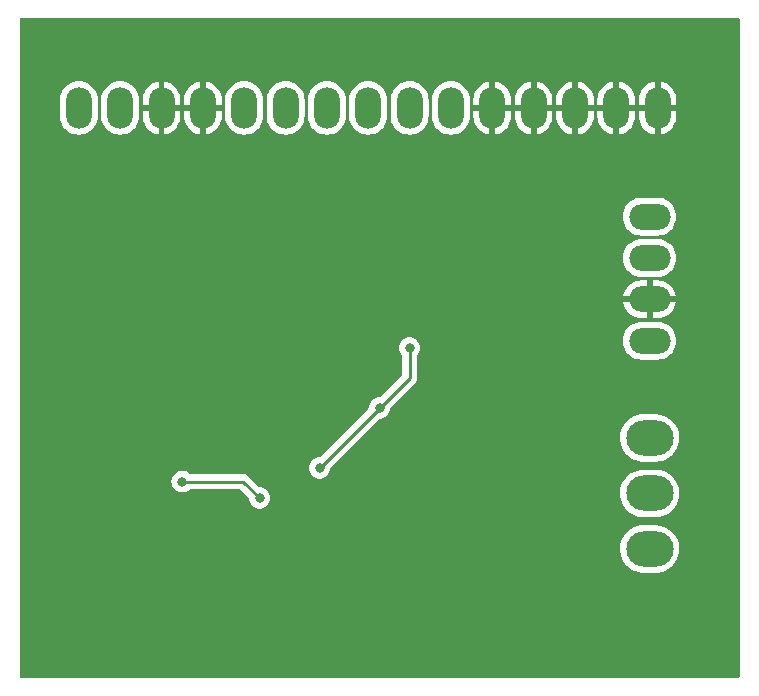
<source format=gbr>
G04 #@! TF.GenerationSoftware,KiCad,Pcbnew,7.0.7*
G04 #@! TF.CreationDate,2023-08-23T14:54:37-06:00*
G04 #@! TF.ProjectId,seedlab-power,73656564-6c61-4622-9d70-6f7765722e6b,rev?*
G04 #@! TF.SameCoordinates,Original*
G04 #@! TF.FileFunction,Copper,L2,Bot*
G04 #@! TF.FilePolarity,Positive*
%FSLAX46Y46*%
G04 Gerber Fmt 4.6, Leading zero omitted, Abs format (unit mm)*
G04 Created by KiCad (PCBNEW 7.0.7) date 2023-08-23 14:54:37*
%MOMM*%
%LPD*%
G01*
G04 APERTURE LIST*
G04 #@! TA.AperFunction,ComponentPad*
%ADD10O,3.500000X2.200000*%
G04 #@! TD*
G04 #@! TA.AperFunction,ComponentPad*
%ADD11O,2.200000X3.500000*%
G04 #@! TD*
G04 #@! TA.AperFunction,ComponentPad*
%ADD12O,4.000000X3.000000*%
G04 #@! TD*
G04 #@! TA.AperFunction,ViaPad*
%ADD13C,0.800000*%
G04 #@! TD*
G04 #@! TA.AperFunction,ViaPad*
%ADD14C,1.000000*%
G04 #@! TD*
G04 #@! TA.AperFunction,Conductor*
%ADD15C,0.250000*%
G04 #@! TD*
G04 APERTURE END LIST*
D10*
X76200000Y-60340000D03*
X76200000Y-56840000D03*
X76200000Y-53340000D03*
X76200000Y-49840000D03*
D11*
X27880000Y-40640000D03*
X31380000Y-40640000D03*
X34880000Y-40640000D03*
X38380000Y-40640000D03*
X41880000Y-40640000D03*
X45380000Y-40640000D03*
X48880000Y-40640000D03*
X52380000Y-40640000D03*
X55880000Y-40640000D03*
X59380000Y-40640000D03*
X62880000Y-40640000D03*
X66380000Y-40640000D03*
X69880000Y-40640000D03*
X73380000Y-40640000D03*
X76880000Y-40640000D03*
D12*
X76200000Y-68580000D03*
X76200000Y-73280000D03*
X76200000Y-77980000D03*
D13*
X50800000Y-66040000D03*
D14*
X45720000Y-60960000D03*
D13*
X66040000Y-68580000D03*
X40640000Y-81280000D03*
X48260000Y-71120000D03*
X55880000Y-60960000D03*
X36634615Y-72278351D03*
X53340000Y-66040000D03*
X55880000Y-60960000D03*
X43180000Y-73660000D03*
D15*
X53340000Y-66040000D02*
X48260000Y-71120000D01*
X55880000Y-63500000D02*
X53340000Y-66040000D01*
X36634615Y-72278351D02*
X41798351Y-72278351D01*
X41798351Y-72278351D02*
X43180000Y-73660000D01*
X55880000Y-60960000D02*
X55880000Y-63500000D01*
G04 #@! TA.AperFunction,Conductor*
G36*
X83762539Y-33040185D02*
G01*
X83808294Y-33092989D01*
X83819500Y-33144500D01*
X83819500Y-88775500D01*
X83799815Y-88842539D01*
X83747011Y-88888294D01*
X83695500Y-88899500D01*
X22984500Y-88899500D01*
X22917461Y-88879815D01*
X22871706Y-88827011D01*
X22860500Y-88775500D01*
X22860500Y-77909743D01*
X73687821Y-77909743D01*
X73697624Y-78190454D01*
X73697625Y-78190461D01*
X73746401Y-78467084D01*
X73746402Y-78467088D01*
X73833204Y-78734239D01*
X73956335Y-78986694D01*
X73956338Y-78986698D01*
X73956340Y-78986702D01*
X74113415Y-79219576D01*
X74113418Y-79219579D01*
X74301372Y-79428323D01*
X74301375Y-79428326D01*
X74516544Y-79608875D01*
X74516548Y-79608878D01*
X74516550Y-79608879D01*
X74754764Y-79757731D01*
X74872134Y-79809988D01*
X75011362Y-79871977D01*
X75011367Y-79871978D01*
X75011375Y-79871982D01*
X75281390Y-79949407D01*
X75559549Y-79988499D01*
X75559550Y-79988500D01*
X75559552Y-79988500D01*
X76770148Y-79988500D01*
X76801734Y-79986291D01*
X76980212Y-79973811D01*
X76980217Y-79973810D01*
X76980219Y-79973810D01*
X77117590Y-79944609D01*
X77254970Y-79915409D01*
X77518926Y-79819337D01*
X77766942Y-79687464D01*
X77994192Y-79522358D01*
X78196252Y-79327231D01*
X78369188Y-79105882D01*
X78509636Y-78862619D01*
X78614862Y-78602176D01*
X78682817Y-78329624D01*
X78712178Y-78050267D01*
X78702375Y-77769542D01*
X78653598Y-77492913D01*
X78566797Y-77225765D01*
X78566795Y-77225760D01*
X78443664Y-76973305D01*
X78443662Y-76973302D01*
X78443660Y-76973298D01*
X78286585Y-76740424D01*
X78098629Y-76531678D01*
X78098627Y-76531676D01*
X78098624Y-76531673D01*
X77883455Y-76351124D01*
X77645240Y-76202271D01*
X77645238Y-76202270D01*
X77388637Y-76088022D01*
X77388627Y-76088019D01*
X77388625Y-76088018D01*
X77118610Y-76010593D01*
X77118604Y-76010592D01*
X77118600Y-76010591D01*
X76840451Y-75971500D01*
X76840448Y-75971500D01*
X75629854Y-75971500D01*
X75629852Y-75971500D01*
X75419784Y-75986189D01*
X75419780Y-75986189D01*
X75145036Y-76044589D01*
X75145028Y-76044591D01*
X74881080Y-76140660D01*
X74633063Y-76272532D01*
X74633056Y-76272537D01*
X74405813Y-76437637D01*
X74405804Y-76437645D01*
X74203749Y-76632767D01*
X74030809Y-76854121D01*
X73890366Y-77097376D01*
X73890360Y-77097388D01*
X73785138Y-77357822D01*
X73717183Y-77630376D01*
X73687821Y-77909742D01*
X73687821Y-77909743D01*
X22860500Y-77909743D01*
X22860500Y-72278351D01*
X35721111Y-72278351D01*
X35741073Y-72468279D01*
X35741074Y-72468282D01*
X35800085Y-72649900D01*
X35800088Y-72649907D01*
X35895575Y-72815295D01*
X36023362Y-72957217D01*
X36177863Y-73069469D01*
X36352327Y-73147145D01*
X36539128Y-73186851D01*
X36730102Y-73186851D01*
X36916903Y-73147145D01*
X37091367Y-73069469D01*
X37245868Y-72957217D01*
X37249774Y-72952878D01*
X37309261Y-72916230D01*
X37341924Y-72911851D01*
X41484585Y-72911851D01*
X41551624Y-72931536D01*
X41572266Y-72948170D01*
X42233379Y-73609284D01*
X42266864Y-73670607D01*
X42269018Y-73683999D01*
X42286458Y-73849928D01*
X42286459Y-73849931D01*
X42345470Y-74031549D01*
X42345473Y-74031556D01*
X42440960Y-74196944D01*
X42568747Y-74338866D01*
X42723248Y-74451118D01*
X42897712Y-74528794D01*
X43084513Y-74568500D01*
X43275487Y-74568500D01*
X43462288Y-74528794D01*
X43636752Y-74451118D01*
X43791253Y-74338866D01*
X43919040Y-74196944D01*
X44014527Y-74031556D01*
X44073542Y-73849928D01*
X44093504Y-73660000D01*
X44073542Y-73470072D01*
X44014527Y-73288444D01*
X43969089Y-73209743D01*
X73687821Y-73209743D01*
X73697624Y-73490454D01*
X73697625Y-73490461D01*
X73746401Y-73767084D01*
X73746402Y-73767088D01*
X73833204Y-74034239D01*
X73956335Y-74286694D01*
X73956338Y-74286698D01*
X73956340Y-74286702D01*
X74113415Y-74519576D01*
X74210348Y-74627231D01*
X74301372Y-74728323D01*
X74301375Y-74728326D01*
X74516544Y-74908875D01*
X74516548Y-74908878D01*
X74516550Y-74908879D01*
X74754764Y-75057731D01*
X74872134Y-75109988D01*
X75011362Y-75171977D01*
X75011367Y-75171978D01*
X75011375Y-75171982D01*
X75281390Y-75249407D01*
X75559549Y-75288499D01*
X75559550Y-75288500D01*
X75559552Y-75288500D01*
X76770148Y-75288500D01*
X76801734Y-75286291D01*
X76980212Y-75273811D01*
X76980217Y-75273810D01*
X76980219Y-75273810D01*
X77117590Y-75244609D01*
X77254970Y-75215409D01*
X77518926Y-75119337D01*
X77766942Y-74987464D01*
X77994192Y-74822358D01*
X78196252Y-74627231D01*
X78369188Y-74405882D01*
X78509636Y-74162619D01*
X78614862Y-73902176D01*
X78682817Y-73629624D01*
X78712178Y-73350267D01*
X78710019Y-73288450D01*
X78702375Y-73069545D01*
X78702374Y-73069538D01*
X78702362Y-73069469D01*
X78653598Y-72792913D01*
X78566797Y-72525765D01*
X78538761Y-72468282D01*
X78443664Y-72273305D01*
X78443662Y-72273302D01*
X78443660Y-72273298D01*
X78286585Y-72040424D01*
X78098629Y-71831678D01*
X78098627Y-71831676D01*
X78098624Y-71831673D01*
X77883455Y-71651124D01*
X77645240Y-71502271D01*
X77645238Y-71502270D01*
X77388637Y-71388022D01*
X77388627Y-71388019D01*
X77388625Y-71388018D01*
X77118610Y-71310593D01*
X77118604Y-71310592D01*
X77118600Y-71310591D01*
X76840451Y-71271500D01*
X76840448Y-71271500D01*
X75629854Y-71271500D01*
X75629852Y-71271500D01*
X75419784Y-71286189D01*
X75419780Y-71286189D01*
X75145036Y-71344589D01*
X75145028Y-71344591D01*
X74881080Y-71440660D01*
X74633063Y-71572532D01*
X74633056Y-71572537D01*
X74405813Y-71737637D01*
X74405804Y-71737645D01*
X74203749Y-71932767D01*
X74030809Y-72154121D01*
X73890366Y-72397376D01*
X73890360Y-72397388D01*
X73785138Y-72657822D01*
X73717183Y-72930376D01*
X73687821Y-73209742D01*
X73687821Y-73209743D01*
X43969089Y-73209743D01*
X43919040Y-73123056D01*
X43791253Y-72981134D01*
X43636752Y-72868882D01*
X43462288Y-72791206D01*
X43462286Y-72791205D01*
X43275487Y-72751500D01*
X43218766Y-72751500D01*
X43151727Y-72731815D01*
X43131085Y-72715181D01*
X42305439Y-71889534D01*
X42295538Y-71877174D01*
X42295328Y-71877349D01*
X42290353Y-71871337D01*
X42290351Y-71871333D01*
X42264008Y-71846596D01*
X42239272Y-71823366D01*
X42218119Y-71802214D01*
X42216143Y-71800682D01*
X42212534Y-71797882D01*
X42208101Y-71794095D01*
X42173672Y-71761765D01*
X42173670Y-71761763D01*
X42155782Y-71751929D01*
X42139521Y-71741248D01*
X42123390Y-71728735D01*
X42080044Y-71709978D01*
X42074796Y-71707407D01*
X42047602Y-71692457D01*
X42033411Y-71684656D01*
X42030011Y-71683783D01*
X42013638Y-71679579D01*
X41995232Y-71673277D01*
X41976495Y-71665169D01*
X41976497Y-71665169D01*
X41929847Y-71657781D01*
X41924132Y-71656597D01*
X41902813Y-71651124D01*
X41878383Y-71644851D01*
X41878381Y-71644851D01*
X41857967Y-71644851D01*
X41838568Y-71643324D01*
X41818409Y-71640131D01*
X41818408Y-71640131D01*
X41771385Y-71644576D01*
X41765547Y-71644851D01*
X37341924Y-71644851D01*
X37274885Y-71625166D01*
X37249775Y-71603824D01*
X37245869Y-71599486D01*
X37208771Y-71572532D01*
X37091367Y-71487233D01*
X36916903Y-71409557D01*
X36916901Y-71409556D01*
X36730102Y-71369851D01*
X36539128Y-71369851D01*
X36352329Y-71409556D01*
X36177861Y-71487234D01*
X36023360Y-71599486D01*
X35895574Y-71741408D01*
X35800088Y-71906794D01*
X35800085Y-71906801D01*
X35741074Y-72088419D01*
X35741073Y-72088423D01*
X35721111Y-72278351D01*
X22860500Y-72278351D01*
X22860500Y-71120000D01*
X47346496Y-71120000D01*
X47366458Y-71309928D01*
X47366459Y-71309931D01*
X47425470Y-71491549D01*
X47425473Y-71491556D01*
X47520960Y-71656944D01*
X47648747Y-71798866D01*
X47803248Y-71911118D01*
X47977712Y-71988794D01*
X48164513Y-72028500D01*
X48355487Y-72028500D01*
X48542288Y-71988794D01*
X48716752Y-71911118D01*
X48871253Y-71798866D01*
X48999040Y-71656944D01*
X49094527Y-71491556D01*
X49153542Y-71309928D01*
X49170981Y-71143997D01*
X49197564Y-71079387D01*
X49206611Y-71069291D01*
X51766160Y-68509743D01*
X73687821Y-68509743D01*
X73697624Y-68790454D01*
X73697625Y-68790461D01*
X73746401Y-69067084D01*
X73746402Y-69067088D01*
X73833204Y-69334239D01*
X73956335Y-69586694D01*
X73956338Y-69586698D01*
X73956340Y-69586702D01*
X74113415Y-69819576D01*
X74113418Y-69819579D01*
X74301372Y-70028323D01*
X74301375Y-70028326D01*
X74516544Y-70208875D01*
X74516548Y-70208878D01*
X74516550Y-70208879D01*
X74754764Y-70357731D01*
X74872134Y-70409988D01*
X75011362Y-70471977D01*
X75011367Y-70471978D01*
X75011375Y-70471982D01*
X75281390Y-70549407D01*
X75559549Y-70588499D01*
X75559550Y-70588500D01*
X75559552Y-70588500D01*
X76770148Y-70588500D01*
X76801734Y-70586291D01*
X76980212Y-70573811D01*
X76980217Y-70573810D01*
X76980219Y-70573810D01*
X77117590Y-70544609D01*
X77254970Y-70515409D01*
X77518926Y-70419337D01*
X77766942Y-70287464D01*
X77994192Y-70122358D01*
X78196252Y-69927231D01*
X78369188Y-69705882D01*
X78509636Y-69462619D01*
X78614862Y-69202176D01*
X78682817Y-68929624D01*
X78712178Y-68650267D01*
X78702375Y-68369542D01*
X78653598Y-68092913D01*
X78566797Y-67825765D01*
X78566795Y-67825760D01*
X78443664Y-67573305D01*
X78443662Y-67573302D01*
X78443660Y-67573298D01*
X78286585Y-67340424D01*
X78098629Y-67131678D01*
X78098627Y-67131676D01*
X78098624Y-67131673D01*
X77883455Y-66951124D01*
X77645240Y-66802271D01*
X77645238Y-66802270D01*
X77388637Y-66688022D01*
X77388627Y-66688019D01*
X77388625Y-66688018D01*
X77118610Y-66610593D01*
X77118604Y-66610592D01*
X77118600Y-66610591D01*
X76840451Y-66571500D01*
X76840448Y-66571500D01*
X75629854Y-66571500D01*
X75629852Y-66571500D01*
X75419784Y-66586189D01*
X75419780Y-66586189D01*
X75145036Y-66644589D01*
X75145028Y-66644591D01*
X74881080Y-66740660D01*
X74633063Y-66872532D01*
X74633056Y-66872537D01*
X74405813Y-67037637D01*
X74405804Y-67037645D01*
X74203749Y-67232767D01*
X74030809Y-67454121D01*
X73890366Y-67697376D01*
X73890360Y-67697388D01*
X73785138Y-67957822D01*
X73717183Y-68230376D01*
X73687821Y-68509742D01*
X73687821Y-68509743D01*
X51766160Y-68509743D01*
X53291085Y-66984819D01*
X53352409Y-66951334D01*
X53378767Y-66948500D01*
X53435487Y-66948500D01*
X53622288Y-66908794D01*
X53796752Y-66831118D01*
X53951253Y-66718866D01*
X54079040Y-66576944D01*
X54174527Y-66411556D01*
X54233542Y-66229928D01*
X54250981Y-66063997D01*
X54277564Y-65999387D01*
X54286611Y-65989291D01*
X56268815Y-64007087D01*
X56281180Y-63997183D01*
X56281006Y-63996973D01*
X56287012Y-63992003D01*
X56287018Y-63992000D01*
X56334999Y-63940904D01*
X56356134Y-63919770D01*
X56360463Y-63914187D01*
X56364242Y-63909763D01*
X56396586Y-63875321D01*
X56406423Y-63857424D01*
X56417097Y-63841174D01*
X56429613Y-63825041D01*
X56448372Y-63781689D01*
X56450933Y-63776462D01*
X56473695Y-63735060D01*
X56478774Y-63715274D01*
X56485072Y-63696882D01*
X56493181Y-63678145D01*
X56500568Y-63631501D01*
X56501748Y-63625794D01*
X56513500Y-63580030D01*
X56513500Y-63559609D01*
X56515027Y-63540209D01*
X56518219Y-63520057D01*
X56513775Y-63473040D01*
X56513500Y-63467203D01*
X56513500Y-61661756D01*
X56533185Y-61594717D01*
X56545346Y-61578788D01*
X56619040Y-61496944D01*
X56714527Y-61331556D01*
X56773542Y-61149928D01*
X56793504Y-60960000D01*
X56773542Y-60770072D01*
X56714527Y-60588444D01*
X56619040Y-60423056D01*
X56544256Y-60340000D01*
X73936526Y-60340000D01*
X73956391Y-60592406D01*
X74015495Y-60838593D01*
X74112383Y-61072502D01*
X74244668Y-61288370D01*
X74244669Y-61288372D01*
X74244670Y-61288374D01*
X74244672Y-61288376D01*
X74409102Y-61480898D01*
X74601624Y-61645328D01*
X74601626Y-61645329D01*
X74601627Y-61645330D01*
X74601629Y-61645331D01*
X74817497Y-61777616D01*
X75051406Y-61874504D01*
X75051407Y-61874504D01*
X75051409Y-61874505D01*
X75297597Y-61933609D01*
X75463546Y-61946669D01*
X75486798Y-61948500D01*
X75486801Y-61948500D01*
X76913202Y-61948500D01*
X76935538Y-61946741D01*
X77102403Y-61933609D01*
X77348591Y-61874505D01*
X77582502Y-61777616D01*
X77798376Y-61645328D01*
X77990898Y-61480898D01*
X78155328Y-61288376D01*
X78287616Y-61072502D01*
X78384505Y-60838591D01*
X78443609Y-60592403D01*
X78463474Y-60340000D01*
X78443609Y-60087597D01*
X78384505Y-59841409D01*
X78287616Y-59607498D01*
X78287616Y-59607497D01*
X78155331Y-59391629D01*
X78155330Y-59391627D01*
X78155329Y-59391626D01*
X78155328Y-59391624D01*
X77990898Y-59199102D01*
X77798376Y-59034672D01*
X77798374Y-59034670D01*
X77798372Y-59034669D01*
X77798370Y-59034668D01*
X77582502Y-58902383D01*
X77348593Y-58805495D01*
X77193041Y-58768151D01*
X77102403Y-58746391D01*
X76957875Y-58735016D01*
X76913202Y-58731500D01*
X76913199Y-58731500D01*
X75486801Y-58731500D01*
X75486798Y-58731500D01*
X75438308Y-58735316D01*
X75297597Y-58746391D01*
X75297592Y-58746392D01*
X75297593Y-58746392D01*
X75051406Y-58805495D01*
X74817497Y-58902383D01*
X74601629Y-59034668D01*
X74601627Y-59034669D01*
X74409102Y-59199102D01*
X74244669Y-59391627D01*
X74244668Y-59391629D01*
X74112383Y-59607497D01*
X74015495Y-59841406D01*
X73956391Y-60087593D01*
X73936526Y-60340000D01*
X56544256Y-60340000D01*
X56491253Y-60281134D01*
X56336752Y-60168882D01*
X56162288Y-60091206D01*
X56162286Y-60091205D01*
X55975487Y-60051500D01*
X55784513Y-60051500D01*
X55597714Y-60091205D01*
X55423246Y-60168883D01*
X55268745Y-60281135D01*
X55140959Y-60423057D01*
X55045473Y-60588443D01*
X55045470Y-60588450D01*
X54986459Y-60770068D01*
X54986458Y-60770072D01*
X54966496Y-60960000D01*
X54986458Y-61149928D01*
X54986459Y-61149931D01*
X55045470Y-61331549D01*
X55045473Y-61331556D01*
X55140960Y-61496944D01*
X55206822Y-61570091D01*
X55214649Y-61578784D01*
X55244879Y-61641775D01*
X55246499Y-61661756D01*
X55246499Y-63186232D01*
X55226814Y-63253271D01*
X55210180Y-63273913D01*
X53388914Y-65095181D01*
X53327591Y-65128666D01*
X53301233Y-65131500D01*
X53244513Y-65131500D01*
X53057714Y-65171205D01*
X52883246Y-65248883D01*
X52728745Y-65361135D01*
X52600959Y-65503057D01*
X52505473Y-65668443D01*
X52505470Y-65668450D01*
X52446459Y-65850068D01*
X52446458Y-65850072D01*
X52431827Y-65989282D01*
X52429019Y-66015996D01*
X52402434Y-66080610D01*
X52393379Y-66090715D01*
X48308914Y-70175181D01*
X48247591Y-70208666D01*
X48221233Y-70211500D01*
X48164513Y-70211500D01*
X47977714Y-70251205D01*
X47803246Y-70328883D01*
X47648745Y-70441135D01*
X47520959Y-70583057D01*
X47425473Y-70748443D01*
X47425470Y-70748450D01*
X47366459Y-70930068D01*
X47366458Y-70930072D01*
X47346496Y-71120000D01*
X22860500Y-71120000D01*
X22860500Y-57090000D01*
X73964728Y-57090000D01*
X73964811Y-57091067D01*
X74023603Y-57335956D01*
X74119980Y-57568631D01*
X74251568Y-57783362D01*
X74251571Y-57783367D01*
X74415130Y-57974869D01*
X74606632Y-58138428D01*
X74606637Y-58138431D01*
X74821368Y-58270019D01*
X75054043Y-58366396D01*
X75298927Y-58425186D01*
X75487128Y-58440000D01*
X75950000Y-58440000D01*
X75950000Y-57654752D01*
X75969685Y-57587713D01*
X76022489Y-57541958D01*
X76088944Y-57531656D01*
X76149435Y-57539001D01*
X76157659Y-57540000D01*
X76157660Y-57540000D01*
X76242341Y-57540000D01*
X76250564Y-57539001D01*
X76311055Y-57531656D01*
X76379975Y-57543116D01*
X76431762Y-57590019D01*
X76450000Y-57654752D01*
X76450000Y-58440000D01*
X76912872Y-58440000D01*
X77101072Y-58425186D01*
X77345956Y-58366396D01*
X77578631Y-58270019D01*
X77793362Y-58138431D01*
X77793367Y-58138428D01*
X77984869Y-57974869D01*
X78148428Y-57783367D01*
X78148431Y-57783362D01*
X78280019Y-57568631D01*
X78376396Y-57335956D01*
X78435188Y-57091067D01*
X78435272Y-57090000D01*
X77017604Y-57090000D01*
X76950565Y-57070315D01*
X76904810Y-57017511D01*
X76894866Y-56948353D01*
X76897208Y-56936321D01*
X76900000Y-56924994D01*
X76900000Y-56755005D01*
X76897208Y-56743679D01*
X76900275Y-56673876D01*
X76940593Y-56616813D01*
X77005362Y-56590606D01*
X77017604Y-56590000D01*
X78435271Y-56590000D01*
X78435271Y-56589999D01*
X78435188Y-56588932D01*
X78376396Y-56344043D01*
X78280019Y-56111368D01*
X78148431Y-55896637D01*
X78148428Y-55896632D01*
X77984869Y-55705130D01*
X77793367Y-55541571D01*
X77793362Y-55541568D01*
X77578631Y-55409980D01*
X77345956Y-55313603D01*
X77101072Y-55254813D01*
X76912872Y-55240000D01*
X76450000Y-55240000D01*
X76450000Y-56025247D01*
X76430315Y-56092286D01*
X76377511Y-56138041D01*
X76311053Y-56148343D01*
X76242343Y-56140000D01*
X76242340Y-56140000D01*
X76157660Y-56140000D01*
X76157657Y-56140000D01*
X76088947Y-56148343D01*
X76020023Y-56136883D01*
X75968237Y-56089979D01*
X75950000Y-56025247D01*
X75950000Y-55240000D01*
X75487128Y-55240000D01*
X75298927Y-55254813D01*
X75054043Y-55313603D01*
X74821368Y-55409980D01*
X74606637Y-55541568D01*
X74606632Y-55541571D01*
X74415130Y-55705130D01*
X74251571Y-55896632D01*
X74251568Y-55896637D01*
X74119980Y-56111368D01*
X74023603Y-56344043D01*
X73964811Y-56588932D01*
X73964728Y-56589999D01*
X73964729Y-56590000D01*
X75382396Y-56590000D01*
X75449435Y-56609685D01*
X75495190Y-56662489D01*
X75505134Y-56731647D01*
X75502792Y-56743679D01*
X75500000Y-56755005D01*
X75500000Y-56924994D01*
X75502792Y-56936321D01*
X75499725Y-57006124D01*
X75459407Y-57063187D01*
X75394638Y-57089394D01*
X75382396Y-57090000D01*
X73964728Y-57090000D01*
X22860500Y-57090000D01*
X22860500Y-53340000D01*
X73936526Y-53340000D01*
X73956391Y-53592406D01*
X74015495Y-53838593D01*
X74112383Y-54072502D01*
X74244668Y-54288370D01*
X74244669Y-54288372D01*
X74244670Y-54288374D01*
X74244672Y-54288376D01*
X74409102Y-54480898D01*
X74601624Y-54645328D01*
X74601626Y-54645329D01*
X74601627Y-54645330D01*
X74601629Y-54645331D01*
X74817497Y-54777616D01*
X75051406Y-54874504D01*
X75051407Y-54874504D01*
X75051409Y-54874505D01*
X75297597Y-54933609D01*
X75463546Y-54946669D01*
X75486798Y-54948500D01*
X75486801Y-54948500D01*
X76913202Y-54948500D01*
X76935538Y-54946741D01*
X77102403Y-54933609D01*
X77348591Y-54874505D01*
X77582502Y-54777616D01*
X77798376Y-54645328D01*
X77990898Y-54480898D01*
X78155328Y-54288376D01*
X78287616Y-54072502D01*
X78384505Y-53838591D01*
X78443609Y-53592403D01*
X78463474Y-53340000D01*
X78443609Y-53087597D01*
X78384505Y-52841409D01*
X78287616Y-52607498D01*
X78287616Y-52607497D01*
X78155331Y-52391629D01*
X78155330Y-52391627D01*
X78155329Y-52391626D01*
X78155328Y-52391624D01*
X77990898Y-52199102D01*
X77798376Y-52034672D01*
X77798374Y-52034670D01*
X77798372Y-52034669D01*
X77798370Y-52034668D01*
X77582502Y-51902383D01*
X77348593Y-51805495D01*
X77193041Y-51768151D01*
X77102403Y-51746391D01*
X76957875Y-51735016D01*
X76913202Y-51731500D01*
X76913199Y-51731500D01*
X75486801Y-51731500D01*
X75486798Y-51731500D01*
X75438308Y-51735316D01*
X75297597Y-51746391D01*
X75297592Y-51746392D01*
X75297593Y-51746392D01*
X75051406Y-51805495D01*
X74817497Y-51902383D01*
X74601629Y-52034668D01*
X74601627Y-52034669D01*
X74409102Y-52199102D01*
X74244669Y-52391627D01*
X74244668Y-52391629D01*
X74112383Y-52607497D01*
X74015495Y-52841406D01*
X73956391Y-53087593D01*
X73936526Y-53340000D01*
X22860500Y-53340000D01*
X22860500Y-49839999D01*
X73936526Y-49839999D01*
X73956391Y-50092406D01*
X74015495Y-50338593D01*
X74112383Y-50572502D01*
X74244668Y-50788370D01*
X74244669Y-50788372D01*
X74244670Y-50788374D01*
X74244672Y-50788376D01*
X74409102Y-50980898D01*
X74601624Y-51145328D01*
X74601626Y-51145329D01*
X74601627Y-51145330D01*
X74601629Y-51145331D01*
X74817497Y-51277616D01*
X75051406Y-51374504D01*
X75051407Y-51374504D01*
X75051409Y-51374505D01*
X75297597Y-51433609D01*
X75463546Y-51446669D01*
X75486798Y-51448500D01*
X75486801Y-51448500D01*
X76913202Y-51448500D01*
X76935538Y-51446741D01*
X77102403Y-51433609D01*
X77348591Y-51374505D01*
X77582502Y-51277616D01*
X77798376Y-51145328D01*
X77990898Y-50980898D01*
X78155328Y-50788376D01*
X78287616Y-50572502D01*
X78384505Y-50338591D01*
X78443609Y-50092403D01*
X78463474Y-49840000D01*
X78443609Y-49587597D01*
X78384505Y-49341409D01*
X78287616Y-49107498D01*
X78287616Y-49107497D01*
X78155331Y-48891629D01*
X78155330Y-48891627D01*
X78155329Y-48891626D01*
X78155328Y-48891624D01*
X77990898Y-48699102D01*
X77798376Y-48534672D01*
X77798374Y-48534670D01*
X77798372Y-48534669D01*
X77798370Y-48534668D01*
X77582502Y-48402383D01*
X77348593Y-48305495D01*
X77193041Y-48268151D01*
X77102403Y-48246391D01*
X76957875Y-48235016D01*
X76913202Y-48231500D01*
X76913199Y-48231500D01*
X75486801Y-48231500D01*
X75486798Y-48231500D01*
X75438308Y-48235316D01*
X75297597Y-48246391D01*
X75297592Y-48246392D01*
X75297593Y-48246392D01*
X75051406Y-48305495D01*
X74817497Y-48402383D01*
X74601629Y-48534668D01*
X74601627Y-48534669D01*
X74409102Y-48699102D01*
X74244669Y-48891627D01*
X74244668Y-48891629D01*
X74112383Y-49107497D01*
X74015495Y-49341406D01*
X73956391Y-49587593D01*
X73936526Y-49839999D01*
X22860500Y-49839999D01*
X22860500Y-41353199D01*
X26271500Y-41353199D01*
X26286391Y-41542403D01*
X26286392Y-41542406D01*
X26345495Y-41788593D01*
X26442383Y-42022502D01*
X26574668Y-42238370D01*
X26574669Y-42238372D01*
X26574670Y-42238374D01*
X26574672Y-42238376D01*
X26739102Y-42430898D01*
X26931624Y-42595328D01*
X26931626Y-42595329D01*
X26931627Y-42595330D01*
X26931629Y-42595331D01*
X27147497Y-42727616D01*
X27381406Y-42824504D01*
X27381407Y-42824504D01*
X27381409Y-42824505D01*
X27627597Y-42883609D01*
X27880000Y-42903474D01*
X28132403Y-42883609D01*
X28378591Y-42824505D01*
X28612502Y-42727616D01*
X28828376Y-42595328D01*
X29020898Y-42430898D01*
X29185328Y-42238376D01*
X29317616Y-42022502D01*
X29414505Y-41788591D01*
X29473609Y-41542403D01*
X29488500Y-41353199D01*
X29771500Y-41353199D01*
X29786391Y-41542403D01*
X29786392Y-41542406D01*
X29845495Y-41788593D01*
X29942383Y-42022502D01*
X30074668Y-42238370D01*
X30074669Y-42238372D01*
X30074670Y-42238374D01*
X30074672Y-42238376D01*
X30239102Y-42430898D01*
X30431624Y-42595328D01*
X30431626Y-42595329D01*
X30431627Y-42595330D01*
X30431629Y-42595331D01*
X30647497Y-42727616D01*
X30881406Y-42824504D01*
X30881407Y-42824504D01*
X30881409Y-42824505D01*
X31127597Y-42883609D01*
X31380000Y-42903474D01*
X31632403Y-42883609D01*
X31878591Y-42824505D01*
X32112502Y-42727616D01*
X32328376Y-42595328D01*
X32520898Y-42430898D01*
X32685328Y-42238376D01*
X32817616Y-42022502D01*
X32914505Y-41788591D01*
X32973609Y-41542403D01*
X32988500Y-41353199D01*
X32988500Y-41352872D01*
X33280000Y-41352872D01*
X33294813Y-41541072D01*
X33353603Y-41785956D01*
X33449980Y-42018631D01*
X33581568Y-42233362D01*
X33581571Y-42233367D01*
X33745130Y-42424869D01*
X33936632Y-42588428D01*
X33936637Y-42588431D01*
X34151368Y-42720019D01*
X34384043Y-42816396D01*
X34628932Y-42875188D01*
X34630000Y-42875271D01*
X34630000Y-41454752D01*
X34649685Y-41387713D01*
X34702489Y-41341958D01*
X34768944Y-41331656D01*
X34829435Y-41339001D01*
X34837659Y-41340000D01*
X34837660Y-41340000D01*
X34922341Y-41340000D01*
X34930564Y-41339001D01*
X34991055Y-41331656D01*
X35059975Y-41343116D01*
X35111762Y-41390019D01*
X35130000Y-41454752D01*
X35130000Y-42875271D01*
X35131067Y-42875188D01*
X35375956Y-42816396D01*
X35608631Y-42720019D01*
X35823362Y-42588431D01*
X35823367Y-42588428D01*
X36014869Y-42424869D01*
X36178428Y-42233367D01*
X36178431Y-42233362D01*
X36310019Y-42018631D01*
X36406396Y-41785956D01*
X36465186Y-41541072D01*
X36480000Y-41352872D01*
X36780000Y-41352872D01*
X36794813Y-41541072D01*
X36853603Y-41785956D01*
X36949980Y-42018631D01*
X37081568Y-42233362D01*
X37081571Y-42233367D01*
X37245130Y-42424869D01*
X37436632Y-42588428D01*
X37436637Y-42588431D01*
X37651368Y-42720019D01*
X37884043Y-42816396D01*
X38128932Y-42875188D01*
X38129999Y-42875271D01*
X38130000Y-42875271D01*
X38130000Y-41454752D01*
X38149685Y-41387713D01*
X38202489Y-41341958D01*
X38268944Y-41331656D01*
X38329435Y-41339001D01*
X38337659Y-41340000D01*
X38337660Y-41340000D01*
X38422341Y-41340000D01*
X38430564Y-41339001D01*
X38491055Y-41331656D01*
X38559975Y-41343116D01*
X38611762Y-41390019D01*
X38630000Y-41454752D01*
X38630000Y-42875271D01*
X38631067Y-42875188D01*
X38875956Y-42816396D01*
X39108631Y-42720019D01*
X39323362Y-42588431D01*
X39323367Y-42588428D01*
X39514869Y-42424869D01*
X39678428Y-42233367D01*
X39678431Y-42233362D01*
X39810019Y-42018631D01*
X39906396Y-41785956D01*
X39965186Y-41541072D01*
X39979974Y-41353199D01*
X40271500Y-41353199D01*
X40286391Y-41542403D01*
X40286392Y-41542406D01*
X40345495Y-41788593D01*
X40442383Y-42022502D01*
X40574668Y-42238370D01*
X40574669Y-42238372D01*
X40574670Y-42238374D01*
X40574672Y-42238376D01*
X40739102Y-42430898D01*
X40931624Y-42595328D01*
X40931626Y-42595329D01*
X40931627Y-42595330D01*
X40931629Y-42595331D01*
X41147497Y-42727616D01*
X41381406Y-42824504D01*
X41381407Y-42824504D01*
X41381409Y-42824505D01*
X41627597Y-42883609D01*
X41880000Y-42903474D01*
X42132403Y-42883609D01*
X42378591Y-42824505D01*
X42612502Y-42727616D01*
X42828376Y-42595328D01*
X43020898Y-42430898D01*
X43185328Y-42238376D01*
X43317616Y-42022502D01*
X43414505Y-41788591D01*
X43473609Y-41542403D01*
X43488500Y-41353199D01*
X43771500Y-41353199D01*
X43786391Y-41542403D01*
X43786392Y-41542406D01*
X43845495Y-41788593D01*
X43942383Y-42022502D01*
X44074668Y-42238370D01*
X44074669Y-42238372D01*
X44074670Y-42238374D01*
X44074672Y-42238376D01*
X44239102Y-42430898D01*
X44431624Y-42595328D01*
X44431626Y-42595329D01*
X44431627Y-42595330D01*
X44431629Y-42595331D01*
X44647497Y-42727616D01*
X44881406Y-42824504D01*
X44881407Y-42824504D01*
X44881409Y-42824505D01*
X45127597Y-42883609D01*
X45380000Y-42903474D01*
X45632403Y-42883609D01*
X45878591Y-42824505D01*
X46112502Y-42727616D01*
X46328376Y-42595328D01*
X46520898Y-42430898D01*
X46685328Y-42238376D01*
X46817616Y-42022502D01*
X46914505Y-41788591D01*
X46973609Y-41542403D01*
X46988500Y-41353199D01*
X47271500Y-41353199D01*
X47286391Y-41542403D01*
X47286392Y-41542406D01*
X47345495Y-41788593D01*
X47442383Y-42022502D01*
X47574668Y-42238370D01*
X47574669Y-42238372D01*
X47574670Y-42238374D01*
X47574672Y-42238376D01*
X47739102Y-42430898D01*
X47931624Y-42595328D01*
X47931626Y-42595329D01*
X47931627Y-42595330D01*
X47931629Y-42595331D01*
X48147497Y-42727616D01*
X48381406Y-42824504D01*
X48381407Y-42824504D01*
X48381409Y-42824505D01*
X48627597Y-42883609D01*
X48880000Y-42903474D01*
X49132403Y-42883609D01*
X49378591Y-42824505D01*
X49612502Y-42727616D01*
X49828376Y-42595328D01*
X50020898Y-42430898D01*
X50185328Y-42238376D01*
X50317616Y-42022502D01*
X50414505Y-41788591D01*
X50473609Y-41542403D01*
X50488500Y-41353199D01*
X50771500Y-41353199D01*
X50786391Y-41542403D01*
X50786392Y-41542406D01*
X50845495Y-41788593D01*
X50942383Y-42022502D01*
X51074668Y-42238370D01*
X51074669Y-42238372D01*
X51074670Y-42238374D01*
X51074672Y-42238376D01*
X51239102Y-42430898D01*
X51431624Y-42595328D01*
X51431626Y-42595329D01*
X51431627Y-42595330D01*
X51431629Y-42595331D01*
X51647497Y-42727616D01*
X51881406Y-42824504D01*
X51881407Y-42824504D01*
X51881409Y-42824505D01*
X52127597Y-42883609D01*
X52380000Y-42903474D01*
X52632403Y-42883609D01*
X52878591Y-42824505D01*
X53112502Y-42727616D01*
X53328376Y-42595328D01*
X53520898Y-42430898D01*
X53685328Y-42238376D01*
X53817616Y-42022502D01*
X53914505Y-41788591D01*
X53973609Y-41542403D01*
X53988500Y-41353199D01*
X54271500Y-41353199D01*
X54286391Y-41542403D01*
X54286392Y-41542406D01*
X54345495Y-41788593D01*
X54442383Y-42022502D01*
X54574668Y-42238370D01*
X54574669Y-42238372D01*
X54574670Y-42238374D01*
X54574672Y-42238376D01*
X54739102Y-42430898D01*
X54931624Y-42595328D01*
X54931626Y-42595329D01*
X54931627Y-42595330D01*
X54931629Y-42595331D01*
X55147497Y-42727616D01*
X55381406Y-42824504D01*
X55381407Y-42824504D01*
X55381409Y-42824505D01*
X55627597Y-42883609D01*
X55880000Y-42903474D01*
X56132403Y-42883609D01*
X56378591Y-42824505D01*
X56612502Y-42727616D01*
X56828376Y-42595328D01*
X57020898Y-42430898D01*
X57185328Y-42238376D01*
X57317616Y-42022502D01*
X57414505Y-41788591D01*
X57473609Y-41542403D01*
X57488500Y-41353199D01*
X57771500Y-41353199D01*
X57786391Y-41542403D01*
X57786392Y-41542406D01*
X57845495Y-41788593D01*
X57942383Y-42022502D01*
X58074668Y-42238370D01*
X58074669Y-42238372D01*
X58074670Y-42238374D01*
X58074672Y-42238376D01*
X58239102Y-42430898D01*
X58431624Y-42595328D01*
X58431626Y-42595329D01*
X58431627Y-42595330D01*
X58431629Y-42595331D01*
X58647497Y-42727616D01*
X58881406Y-42824504D01*
X58881407Y-42824504D01*
X58881409Y-42824505D01*
X59127597Y-42883609D01*
X59380000Y-42903474D01*
X59632403Y-42883609D01*
X59878591Y-42824505D01*
X60112502Y-42727616D01*
X60328376Y-42595328D01*
X60520898Y-42430898D01*
X60685328Y-42238376D01*
X60817616Y-42022502D01*
X60914505Y-41788591D01*
X60973609Y-41542403D01*
X60988500Y-41353199D01*
X60988500Y-41352872D01*
X61280000Y-41352872D01*
X61294813Y-41541072D01*
X61353603Y-41785956D01*
X61449980Y-42018631D01*
X61581568Y-42233362D01*
X61581571Y-42233367D01*
X61745130Y-42424869D01*
X61936632Y-42588428D01*
X61936637Y-42588431D01*
X62151368Y-42720019D01*
X62384043Y-42816396D01*
X62628928Y-42875187D01*
X62628931Y-42875188D01*
X62629999Y-42875272D01*
X62629999Y-41454752D01*
X62649684Y-41387713D01*
X62702488Y-41341958D01*
X62768944Y-41331656D01*
X62828317Y-41338865D01*
X62837659Y-41340000D01*
X62837660Y-41340000D01*
X62922341Y-41340000D01*
X62930564Y-41339001D01*
X62991055Y-41331656D01*
X63059975Y-41343116D01*
X63111762Y-41390019D01*
X63130000Y-41454752D01*
X63129999Y-42875271D01*
X63130000Y-42875271D01*
X63131067Y-42875188D01*
X63375956Y-42816396D01*
X63608631Y-42720019D01*
X63823362Y-42588431D01*
X63823367Y-42588428D01*
X64014869Y-42424869D01*
X64178428Y-42233367D01*
X64178431Y-42233362D01*
X64310019Y-42018631D01*
X64406396Y-41785956D01*
X64465186Y-41541072D01*
X64480000Y-41352872D01*
X64780000Y-41352872D01*
X64794813Y-41541072D01*
X64853603Y-41785956D01*
X64949980Y-42018631D01*
X65081568Y-42233362D01*
X65081571Y-42233367D01*
X65245130Y-42424869D01*
X65436632Y-42588428D01*
X65436637Y-42588431D01*
X65651368Y-42720019D01*
X65884043Y-42816396D01*
X66128932Y-42875188D01*
X66129999Y-42875271D01*
X66129999Y-41454752D01*
X66149684Y-41387713D01*
X66202487Y-41341958D01*
X66268944Y-41331656D01*
X66328317Y-41338865D01*
X66337659Y-41340000D01*
X66337660Y-41340000D01*
X66422341Y-41340000D01*
X66429685Y-41339108D01*
X66491054Y-41331656D01*
X66559974Y-41343116D01*
X66611761Y-41390019D01*
X66629999Y-41454752D01*
X66629999Y-42875271D01*
X66631070Y-42875187D01*
X66631073Y-42875187D01*
X66875956Y-42816396D01*
X67108631Y-42720019D01*
X67323362Y-42588431D01*
X67323367Y-42588428D01*
X67514869Y-42424869D01*
X67678428Y-42233367D01*
X67678431Y-42233362D01*
X67810019Y-42018631D01*
X67906396Y-41785956D01*
X67965186Y-41541072D01*
X67980000Y-41352872D01*
X68280000Y-41352872D01*
X68294813Y-41541072D01*
X68353603Y-41785956D01*
X68449980Y-42018631D01*
X68581568Y-42233362D01*
X68581571Y-42233367D01*
X68745130Y-42424869D01*
X68936632Y-42588428D01*
X68936637Y-42588431D01*
X69151368Y-42720019D01*
X69384043Y-42816396D01*
X69628932Y-42875188D01*
X69630000Y-42875271D01*
X69630000Y-41454752D01*
X69649685Y-41387713D01*
X69702489Y-41341958D01*
X69768944Y-41331656D01*
X69829435Y-41339001D01*
X69837659Y-41340000D01*
X69837660Y-41340000D01*
X69922341Y-41340000D01*
X69930564Y-41339001D01*
X69991055Y-41331656D01*
X70059975Y-41343116D01*
X70111762Y-41390019D01*
X70130000Y-41454752D01*
X70130000Y-42875271D01*
X70131067Y-42875188D01*
X70375956Y-42816396D01*
X70608631Y-42720019D01*
X70823362Y-42588431D01*
X70823367Y-42588428D01*
X71014869Y-42424869D01*
X71178428Y-42233367D01*
X71178431Y-42233362D01*
X71310019Y-42018631D01*
X71406396Y-41785956D01*
X71465186Y-41541072D01*
X71480000Y-41352872D01*
X71780000Y-41352872D01*
X71794813Y-41541072D01*
X71853603Y-41785956D01*
X71949980Y-42018631D01*
X72081568Y-42233362D01*
X72081571Y-42233367D01*
X72245130Y-42424869D01*
X72436632Y-42588428D01*
X72436637Y-42588431D01*
X72651368Y-42720019D01*
X72884043Y-42816396D01*
X73128932Y-42875188D01*
X73130000Y-42875271D01*
X73130000Y-41454752D01*
X73149685Y-41387713D01*
X73202489Y-41341958D01*
X73268944Y-41331656D01*
X73329435Y-41339001D01*
X73337659Y-41340000D01*
X73337660Y-41340000D01*
X73422341Y-41340000D01*
X73430564Y-41339001D01*
X73491055Y-41331656D01*
X73559975Y-41343116D01*
X73611762Y-41390019D01*
X73630000Y-41454752D01*
X73630000Y-42875271D01*
X73631067Y-42875188D01*
X73875956Y-42816396D01*
X74108631Y-42720019D01*
X74323362Y-42588431D01*
X74323367Y-42588428D01*
X74514869Y-42424869D01*
X74678428Y-42233367D01*
X74678431Y-42233362D01*
X74810019Y-42018631D01*
X74906396Y-41785956D01*
X74965186Y-41541072D01*
X74980000Y-41352872D01*
X75280000Y-41352872D01*
X75294813Y-41541072D01*
X75353603Y-41785956D01*
X75449980Y-42018631D01*
X75581568Y-42233362D01*
X75581571Y-42233367D01*
X75745130Y-42424869D01*
X75936632Y-42588428D01*
X75936637Y-42588431D01*
X76151368Y-42720019D01*
X76384043Y-42816396D01*
X76628932Y-42875188D01*
X76629999Y-42875271D01*
X76630000Y-42875271D01*
X76630000Y-41454752D01*
X76649685Y-41387713D01*
X76702489Y-41341958D01*
X76768944Y-41331656D01*
X76829435Y-41339001D01*
X76837659Y-41340000D01*
X76837660Y-41340000D01*
X76922341Y-41340000D01*
X76930564Y-41339001D01*
X76991055Y-41331656D01*
X77059975Y-41343116D01*
X77111762Y-41390019D01*
X77130000Y-41454752D01*
X77130000Y-42875271D01*
X77131067Y-42875188D01*
X77375956Y-42816396D01*
X77608631Y-42720019D01*
X77823362Y-42588431D01*
X77823367Y-42588428D01*
X78014869Y-42424869D01*
X78178428Y-42233367D01*
X78178431Y-42233362D01*
X78310019Y-42018631D01*
X78406396Y-41785956D01*
X78465186Y-41541072D01*
X78480000Y-41352872D01*
X78480000Y-40890000D01*
X77697604Y-40890000D01*
X77630565Y-40870315D01*
X77584810Y-40817511D01*
X77574866Y-40748353D01*
X77577208Y-40736321D01*
X77580000Y-40724994D01*
X77580000Y-40555005D01*
X77577208Y-40543679D01*
X77580275Y-40473876D01*
X77620593Y-40416813D01*
X77685362Y-40390606D01*
X77697604Y-40390000D01*
X78480000Y-40390000D01*
X78480000Y-39927128D01*
X78465186Y-39738927D01*
X78406396Y-39494043D01*
X78310019Y-39261368D01*
X78178431Y-39046637D01*
X78178428Y-39046632D01*
X78014869Y-38855130D01*
X77823367Y-38691571D01*
X77823362Y-38691568D01*
X77608631Y-38559980D01*
X77375956Y-38463603D01*
X77131064Y-38404811D01*
X77130000Y-38404726D01*
X77130000Y-39825247D01*
X77110315Y-39892286D01*
X77057511Y-39938041D01*
X76991053Y-39948343D01*
X76922343Y-39940000D01*
X76922340Y-39940000D01*
X76837660Y-39940000D01*
X76837657Y-39940000D01*
X76768947Y-39948343D01*
X76700023Y-39936883D01*
X76648237Y-39889979D01*
X76630000Y-39825247D01*
X76630000Y-38404726D01*
X76628935Y-38404811D01*
X76384043Y-38463603D01*
X76151368Y-38559980D01*
X75936637Y-38691568D01*
X75936632Y-38691571D01*
X75745130Y-38855130D01*
X75581571Y-39046632D01*
X75581568Y-39046637D01*
X75449980Y-39261368D01*
X75353603Y-39494043D01*
X75294813Y-39738927D01*
X75280000Y-39927128D01*
X75280000Y-40390000D01*
X76062396Y-40390000D01*
X76129435Y-40409685D01*
X76175190Y-40462489D01*
X76185134Y-40531647D01*
X76182792Y-40543679D01*
X76180000Y-40555005D01*
X76180000Y-40724994D01*
X76182792Y-40736321D01*
X76179725Y-40806124D01*
X76139407Y-40863187D01*
X76074638Y-40889394D01*
X76062396Y-40890000D01*
X75280000Y-40890000D01*
X75280000Y-41352872D01*
X74980000Y-41352872D01*
X74980000Y-40890000D01*
X74197604Y-40890000D01*
X74130565Y-40870315D01*
X74084810Y-40817511D01*
X74074866Y-40748353D01*
X74077208Y-40736321D01*
X74080000Y-40724994D01*
X74080000Y-40555005D01*
X74077208Y-40543679D01*
X74080275Y-40473876D01*
X74120593Y-40416813D01*
X74185362Y-40390606D01*
X74197604Y-40390000D01*
X74980000Y-40390000D01*
X74980000Y-39927128D01*
X74965186Y-39738927D01*
X74906396Y-39494043D01*
X74810019Y-39261368D01*
X74678431Y-39046637D01*
X74678428Y-39046632D01*
X74514869Y-38855130D01*
X74323367Y-38691571D01*
X74323362Y-38691568D01*
X74108631Y-38559980D01*
X73875956Y-38463603D01*
X73631064Y-38404811D01*
X73630000Y-38404726D01*
X73630000Y-39825247D01*
X73610315Y-39892286D01*
X73557511Y-39938041D01*
X73491053Y-39948343D01*
X73422343Y-39940000D01*
X73422340Y-39940000D01*
X73337660Y-39940000D01*
X73337657Y-39940000D01*
X73268947Y-39948343D01*
X73200023Y-39936883D01*
X73148237Y-39889979D01*
X73130000Y-39825247D01*
X73130000Y-38404726D01*
X73128935Y-38404811D01*
X72884043Y-38463603D01*
X72651368Y-38559980D01*
X72436637Y-38691568D01*
X72436632Y-38691571D01*
X72245130Y-38855130D01*
X72081571Y-39046632D01*
X72081568Y-39046637D01*
X71949980Y-39261368D01*
X71853603Y-39494043D01*
X71794813Y-39738927D01*
X71780000Y-39927128D01*
X71780000Y-40390000D01*
X72562396Y-40390000D01*
X72629435Y-40409685D01*
X72675190Y-40462489D01*
X72685134Y-40531647D01*
X72682792Y-40543679D01*
X72680000Y-40555005D01*
X72680000Y-40724994D01*
X72682792Y-40736321D01*
X72679725Y-40806124D01*
X72639407Y-40863187D01*
X72574638Y-40889394D01*
X72562396Y-40890000D01*
X71780000Y-40890000D01*
X71780000Y-41352872D01*
X71480000Y-41352872D01*
X71480000Y-40890000D01*
X70697604Y-40890000D01*
X70630565Y-40870315D01*
X70584810Y-40817511D01*
X70574866Y-40748353D01*
X70577208Y-40736321D01*
X70580000Y-40724994D01*
X70580000Y-40555005D01*
X70577208Y-40543679D01*
X70580275Y-40473876D01*
X70620593Y-40416813D01*
X70685362Y-40390606D01*
X70697604Y-40390000D01*
X71480000Y-40390000D01*
X71480000Y-39927128D01*
X71465186Y-39738927D01*
X71406396Y-39494043D01*
X71310019Y-39261368D01*
X71178431Y-39046637D01*
X71178428Y-39046632D01*
X71014869Y-38855130D01*
X70823367Y-38691571D01*
X70823362Y-38691568D01*
X70608631Y-38559980D01*
X70375956Y-38463603D01*
X70131064Y-38404811D01*
X70130000Y-38404726D01*
X70130000Y-39825247D01*
X70110315Y-39892286D01*
X70057511Y-39938041D01*
X69991053Y-39948343D01*
X69922343Y-39940000D01*
X69922340Y-39940000D01*
X69837660Y-39940000D01*
X69837657Y-39940000D01*
X69768947Y-39948343D01*
X69700023Y-39936883D01*
X69648237Y-39889979D01*
X69630000Y-39825247D01*
X69630000Y-38404726D01*
X69628935Y-38404811D01*
X69384043Y-38463603D01*
X69151368Y-38559980D01*
X68936637Y-38691568D01*
X68936632Y-38691571D01*
X68745130Y-38855130D01*
X68581571Y-39046632D01*
X68581568Y-39046637D01*
X68449980Y-39261368D01*
X68353603Y-39494043D01*
X68294813Y-39738927D01*
X68280000Y-39927128D01*
X68280000Y-40390000D01*
X69062396Y-40390000D01*
X69129435Y-40409685D01*
X69175190Y-40462489D01*
X69185134Y-40531647D01*
X69182792Y-40543679D01*
X69180000Y-40555005D01*
X69180000Y-40724994D01*
X69182792Y-40736321D01*
X69179725Y-40806124D01*
X69139407Y-40863187D01*
X69074638Y-40889394D01*
X69062396Y-40890000D01*
X68280000Y-40890000D01*
X68280000Y-41352872D01*
X67980000Y-41352872D01*
X67980000Y-40890000D01*
X67197604Y-40890000D01*
X67130565Y-40870315D01*
X67084810Y-40817511D01*
X67074866Y-40748353D01*
X67077208Y-40736321D01*
X67080000Y-40724994D01*
X67080000Y-40555005D01*
X67077208Y-40543679D01*
X67080275Y-40473876D01*
X67120593Y-40416813D01*
X67185362Y-40390606D01*
X67197604Y-40390000D01*
X67980000Y-40390000D01*
X67980000Y-39927128D01*
X67965186Y-39738927D01*
X67906396Y-39494043D01*
X67810019Y-39261368D01*
X67678431Y-39046637D01*
X67678428Y-39046632D01*
X67514869Y-38855130D01*
X67323367Y-38691571D01*
X67323362Y-38691568D01*
X67108631Y-38559980D01*
X66875956Y-38463603D01*
X66631068Y-38404811D01*
X66629999Y-38404726D01*
X66629999Y-39825247D01*
X66610314Y-39892286D01*
X66557510Y-39938041D01*
X66491052Y-39948343D01*
X66422342Y-39940000D01*
X66422340Y-39940000D01*
X66337660Y-39940000D01*
X66337656Y-39940000D01*
X66268945Y-39948343D01*
X66200022Y-39936883D01*
X66148236Y-39889979D01*
X66129999Y-39825247D01*
X66129999Y-38404726D01*
X66128935Y-38404811D01*
X65884043Y-38463603D01*
X65651368Y-38559980D01*
X65436637Y-38691568D01*
X65436632Y-38691571D01*
X65245130Y-38855130D01*
X65081571Y-39046632D01*
X65081568Y-39046637D01*
X64949980Y-39261368D01*
X64853603Y-39494043D01*
X64794813Y-39738927D01*
X64780000Y-39927128D01*
X64780000Y-40390000D01*
X65562396Y-40390000D01*
X65629435Y-40409685D01*
X65675190Y-40462489D01*
X65685134Y-40531647D01*
X65682792Y-40543679D01*
X65680000Y-40555005D01*
X65680000Y-40724994D01*
X65682792Y-40736321D01*
X65679725Y-40806124D01*
X65639407Y-40863187D01*
X65574638Y-40889394D01*
X65562396Y-40890000D01*
X64780000Y-40890000D01*
X64780000Y-41352872D01*
X64480000Y-41352872D01*
X64480000Y-40890000D01*
X63697604Y-40890000D01*
X63630565Y-40870315D01*
X63584810Y-40817511D01*
X63574866Y-40748353D01*
X63577208Y-40736321D01*
X63580000Y-40724994D01*
X63580000Y-40555005D01*
X63577208Y-40543679D01*
X63580275Y-40473876D01*
X63620593Y-40416813D01*
X63685362Y-40390606D01*
X63697604Y-40390000D01*
X64480000Y-40390000D01*
X64480000Y-39927128D01*
X64465186Y-39738927D01*
X64406396Y-39494043D01*
X64310019Y-39261368D01*
X64178431Y-39046637D01*
X64178428Y-39046632D01*
X64014869Y-38855130D01*
X63823367Y-38691571D01*
X63823362Y-38691568D01*
X63608631Y-38559980D01*
X63375956Y-38463603D01*
X63131064Y-38404811D01*
X63129999Y-38404726D01*
X63129999Y-39825247D01*
X63110314Y-39892287D01*
X63057510Y-39938041D01*
X62991052Y-39948343D01*
X62922342Y-39940000D01*
X62922340Y-39940000D01*
X62837660Y-39940000D01*
X62837656Y-39940000D01*
X62768945Y-39948343D01*
X62700022Y-39936883D01*
X62648236Y-39889979D01*
X62629999Y-39825247D01*
X62629999Y-38404727D01*
X62629998Y-38404726D01*
X62628938Y-38404811D01*
X62628928Y-38404812D01*
X62384043Y-38463603D01*
X62151368Y-38559980D01*
X61936637Y-38691568D01*
X61936632Y-38691571D01*
X61745130Y-38855130D01*
X61581571Y-39046632D01*
X61581568Y-39046637D01*
X61449980Y-39261368D01*
X61353603Y-39494043D01*
X61294813Y-39738927D01*
X61280000Y-39927128D01*
X61280000Y-40390000D01*
X62062396Y-40390000D01*
X62129435Y-40409685D01*
X62175190Y-40462489D01*
X62185134Y-40531647D01*
X62182792Y-40543679D01*
X62180000Y-40555005D01*
X62180000Y-40724994D01*
X62182792Y-40736321D01*
X62179725Y-40806124D01*
X62139407Y-40863187D01*
X62074638Y-40889394D01*
X62062396Y-40890000D01*
X61280000Y-40890000D01*
X61280000Y-41352872D01*
X60988500Y-41352872D01*
X60988500Y-39926801D01*
X60973609Y-39737597D01*
X60914505Y-39491409D01*
X60817616Y-39257498D01*
X60817616Y-39257497D01*
X60685331Y-39041629D01*
X60685330Y-39041627D01*
X60685329Y-39041626D01*
X60685328Y-39041624D01*
X60520898Y-38849102D01*
X60328376Y-38684672D01*
X60328374Y-38684670D01*
X60328372Y-38684669D01*
X60328370Y-38684668D01*
X60112502Y-38552383D01*
X59878593Y-38455495D01*
X59632406Y-38396391D01*
X59443100Y-38381492D01*
X59380000Y-38376526D01*
X59379999Y-38376526D01*
X59127593Y-38396391D01*
X58881406Y-38455495D01*
X58647497Y-38552383D01*
X58431629Y-38684668D01*
X58431627Y-38684669D01*
X58239102Y-38849102D01*
X58074669Y-39041627D01*
X58074668Y-39041629D01*
X57942383Y-39257497D01*
X57845495Y-39491406D01*
X57789479Y-39724733D01*
X57786391Y-39737597D01*
X57771500Y-39926801D01*
X57771500Y-41353199D01*
X57488500Y-41353199D01*
X57488500Y-39926801D01*
X57473609Y-39737597D01*
X57414505Y-39491409D01*
X57317616Y-39257498D01*
X57317616Y-39257497D01*
X57185331Y-39041629D01*
X57185330Y-39041627D01*
X57185329Y-39041626D01*
X57185328Y-39041624D01*
X57020898Y-38849102D01*
X56828376Y-38684672D01*
X56828374Y-38684670D01*
X56828372Y-38684669D01*
X56828370Y-38684668D01*
X56612502Y-38552383D01*
X56378593Y-38455495D01*
X56132406Y-38396391D01*
X55943100Y-38381492D01*
X55880000Y-38376526D01*
X55879999Y-38376526D01*
X55627593Y-38396391D01*
X55381406Y-38455495D01*
X55147497Y-38552383D01*
X54931629Y-38684668D01*
X54931627Y-38684669D01*
X54739102Y-38849102D01*
X54574669Y-39041627D01*
X54574668Y-39041629D01*
X54442383Y-39257497D01*
X54345495Y-39491406D01*
X54289479Y-39724733D01*
X54286391Y-39737597D01*
X54271500Y-39926801D01*
X54271500Y-41353199D01*
X53988500Y-41353199D01*
X53988500Y-39926801D01*
X53973609Y-39737597D01*
X53914505Y-39491409D01*
X53817616Y-39257498D01*
X53817616Y-39257497D01*
X53685331Y-39041629D01*
X53685330Y-39041627D01*
X53685329Y-39041626D01*
X53685328Y-39041624D01*
X53520898Y-38849102D01*
X53328376Y-38684672D01*
X53328374Y-38684670D01*
X53328372Y-38684669D01*
X53328370Y-38684668D01*
X53112502Y-38552383D01*
X52878593Y-38455495D01*
X52632406Y-38396391D01*
X52443100Y-38381492D01*
X52380000Y-38376526D01*
X52379999Y-38376526D01*
X52127593Y-38396391D01*
X51881406Y-38455495D01*
X51647497Y-38552383D01*
X51431629Y-38684668D01*
X51431627Y-38684669D01*
X51239102Y-38849102D01*
X51074669Y-39041627D01*
X51074668Y-39041629D01*
X50942383Y-39257497D01*
X50845495Y-39491406D01*
X50789479Y-39724733D01*
X50786391Y-39737597D01*
X50771500Y-39926801D01*
X50771500Y-41353199D01*
X50488500Y-41353199D01*
X50488500Y-39926801D01*
X50473609Y-39737597D01*
X50414505Y-39491409D01*
X50317616Y-39257498D01*
X50317616Y-39257497D01*
X50185331Y-39041629D01*
X50185330Y-39041627D01*
X50185329Y-39041626D01*
X50185328Y-39041624D01*
X50020898Y-38849102D01*
X49828376Y-38684672D01*
X49828374Y-38684670D01*
X49828372Y-38684669D01*
X49828370Y-38684668D01*
X49612502Y-38552383D01*
X49378593Y-38455495D01*
X49132406Y-38396391D01*
X48880000Y-38376526D01*
X48627593Y-38396391D01*
X48381406Y-38455495D01*
X48147497Y-38552383D01*
X47931629Y-38684668D01*
X47931627Y-38684669D01*
X47739102Y-38849102D01*
X47574669Y-39041627D01*
X47574668Y-39041629D01*
X47442383Y-39257497D01*
X47345495Y-39491406D01*
X47289479Y-39724733D01*
X47286391Y-39737597D01*
X47271500Y-39926801D01*
X47271500Y-41353199D01*
X46988500Y-41353199D01*
X46988500Y-39926801D01*
X46973609Y-39737597D01*
X46914505Y-39491409D01*
X46817616Y-39257498D01*
X46817616Y-39257497D01*
X46685331Y-39041629D01*
X46685330Y-39041627D01*
X46685329Y-39041626D01*
X46685328Y-39041624D01*
X46520898Y-38849102D01*
X46328376Y-38684672D01*
X46328374Y-38684670D01*
X46328372Y-38684669D01*
X46328370Y-38684668D01*
X46112502Y-38552383D01*
X45878593Y-38455495D01*
X45632406Y-38396391D01*
X45380000Y-38376526D01*
X45127593Y-38396391D01*
X44881406Y-38455495D01*
X44647497Y-38552383D01*
X44431629Y-38684668D01*
X44431627Y-38684669D01*
X44239102Y-38849102D01*
X44074669Y-39041627D01*
X44074668Y-39041629D01*
X43942383Y-39257497D01*
X43845495Y-39491406D01*
X43789479Y-39724733D01*
X43786391Y-39737597D01*
X43771500Y-39926801D01*
X43771500Y-41353199D01*
X43488500Y-41353199D01*
X43488500Y-39926801D01*
X43473609Y-39737597D01*
X43414505Y-39491409D01*
X43317616Y-39257498D01*
X43317616Y-39257497D01*
X43185331Y-39041629D01*
X43185330Y-39041627D01*
X43185329Y-39041626D01*
X43185328Y-39041624D01*
X43020898Y-38849102D01*
X42828376Y-38684672D01*
X42828374Y-38684670D01*
X42828372Y-38684669D01*
X42828370Y-38684668D01*
X42612502Y-38552383D01*
X42378593Y-38455495D01*
X42132406Y-38396391D01*
X41880000Y-38376526D01*
X41627593Y-38396391D01*
X41381406Y-38455495D01*
X41147497Y-38552383D01*
X40931629Y-38684668D01*
X40931627Y-38684669D01*
X40739102Y-38849102D01*
X40574669Y-39041627D01*
X40574668Y-39041629D01*
X40442383Y-39257497D01*
X40345495Y-39491406D01*
X40289479Y-39724733D01*
X40286391Y-39737597D01*
X40271500Y-39926801D01*
X40271500Y-41353199D01*
X39979974Y-41353199D01*
X39980000Y-41352872D01*
X39980000Y-40890000D01*
X39197604Y-40890000D01*
X39130565Y-40870315D01*
X39084810Y-40817511D01*
X39074866Y-40748353D01*
X39077208Y-40736321D01*
X39080000Y-40724994D01*
X39080000Y-40555005D01*
X39077208Y-40543679D01*
X39080275Y-40473876D01*
X39120593Y-40416813D01*
X39185362Y-40390606D01*
X39197604Y-40390000D01*
X39980000Y-40390000D01*
X39980000Y-39927128D01*
X39965186Y-39738927D01*
X39906396Y-39494043D01*
X39810019Y-39261368D01*
X39678431Y-39046637D01*
X39678428Y-39046632D01*
X39514869Y-38855130D01*
X39323367Y-38691571D01*
X39323362Y-38691568D01*
X39108631Y-38559980D01*
X38875956Y-38463603D01*
X38631064Y-38404811D01*
X38630000Y-38404726D01*
X38630000Y-39825247D01*
X38610315Y-39892286D01*
X38557511Y-39938041D01*
X38491053Y-39948343D01*
X38422343Y-39940000D01*
X38422340Y-39940000D01*
X38337660Y-39940000D01*
X38337657Y-39940000D01*
X38268947Y-39948343D01*
X38200023Y-39936883D01*
X38148237Y-39889979D01*
X38130000Y-39825247D01*
X38130000Y-38404726D01*
X38128935Y-38404811D01*
X37884043Y-38463603D01*
X37651368Y-38559980D01*
X37436637Y-38691568D01*
X37436632Y-38691571D01*
X37245130Y-38855130D01*
X37081571Y-39046632D01*
X37081568Y-39046637D01*
X36949980Y-39261368D01*
X36853603Y-39494043D01*
X36794813Y-39738927D01*
X36780000Y-39927128D01*
X36780000Y-40390000D01*
X37562396Y-40390000D01*
X37629435Y-40409685D01*
X37675190Y-40462489D01*
X37685134Y-40531647D01*
X37682792Y-40543679D01*
X37680000Y-40555005D01*
X37680000Y-40724994D01*
X37682792Y-40736321D01*
X37679725Y-40806124D01*
X37639407Y-40863187D01*
X37574638Y-40889394D01*
X37562396Y-40890000D01*
X36780000Y-40890000D01*
X36780000Y-41352872D01*
X36480000Y-41352872D01*
X36480000Y-40890000D01*
X35697604Y-40890000D01*
X35630565Y-40870315D01*
X35584810Y-40817511D01*
X35574866Y-40748353D01*
X35577208Y-40736321D01*
X35580000Y-40724994D01*
X35580000Y-40555005D01*
X35577208Y-40543679D01*
X35580275Y-40473876D01*
X35620593Y-40416813D01*
X35685362Y-40390606D01*
X35697604Y-40390000D01*
X36480000Y-40390000D01*
X36480000Y-39927128D01*
X36465186Y-39738927D01*
X36406396Y-39494043D01*
X36310019Y-39261368D01*
X36178431Y-39046637D01*
X36178428Y-39046632D01*
X36014869Y-38855130D01*
X35823367Y-38691571D01*
X35823362Y-38691568D01*
X35608631Y-38559980D01*
X35375956Y-38463603D01*
X35131064Y-38404811D01*
X35130000Y-38404726D01*
X35130000Y-39825247D01*
X35110315Y-39892286D01*
X35057511Y-39938041D01*
X34991053Y-39948343D01*
X34922343Y-39940000D01*
X34922340Y-39940000D01*
X34837660Y-39940000D01*
X34837657Y-39940000D01*
X34768947Y-39948343D01*
X34700023Y-39936883D01*
X34648237Y-39889979D01*
X34630000Y-39825247D01*
X34630000Y-38404726D01*
X34628935Y-38404811D01*
X34384043Y-38463603D01*
X34151368Y-38559980D01*
X33936637Y-38691568D01*
X33936632Y-38691571D01*
X33745130Y-38855130D01*
X33581571Y-39046632D01*
X33581568Y-39046637D01*
X33449980Y-39261368D01*
X33353603Y-39494043D01*
X33294813Y-39738927D01*
X33280000Y-39927128D01*
X33280000Y-40390000D01*
X34062396Y-40390000D01*
X34129435Y-40409685D01*
X34175190Y-40462489D01*
X34185134Y-40531647D01*
X34182792Y-40543679D01*
X34180000Y-40555005D01*
X34180000Y-40724994D01*
X34182792Y-40736321D01*
X34179725Y-40806124D01*
X34139407Y-40863187D01*
X34074638Y-40889394D01*
X34062396Y-40890000D01*
X33280000Y-40890000D01*
X33280000Y-41352872D01*
X32988500Y-41352872D01*
X32988500Y-39926801D01*
X32973609Y-39737597D01*
X32914505Y-39491409D01*
X32817616Y-39257498D01*
X32817616Y-39257497D01*
X32685331Y-39041629D01*
X32685330Y-39041627D01*
X32685329Y-39041626D01*
X32685328Y-39041624D01*
X32520898Y-38849102D01*
X32328376Y-38684672D01*
X32328374Y-38684670D01*
X32328372Y-38684669D01*
X32328370Y-38684668D01*
X32112502Y-38552383D01*
X31878593Y-38455495D01*
X31632406Y-38396391D01*
X31443100Y-38381492D01*
X31380000Y-38376526D01*
X31379999Y-38376526D01*
X31127593Y-38396391D01*
X30881406Y-38455495D01*
X30647497Y-38552383D01*
X30431629Y-38684668D01*
X30431627Y-38684669D01*
X30239102Y-38849102D01*
X30074669Y-39041627D01*
X30074668Y-39041629D01*
X29942383Y-39257497D01*
X29845495Y-39491406D01*
X29789479Y-39724733D01*
X29786391Y-39737597D01*
X29771500Y-39926801D01*
X29771500Y-41353199D01*
X29488500Y-41353199D01*
X29488500Y-39926801D01*
X29473609Y-39737597D01*
X29414505Y-39491409D01*
X29317616Y-39257498D01*
X29317616Y-39257497D01*
X29185331Y-39041629D01*
X29185330Y-39041627D01*
X29185329Y-39041626D01*
X29185328Y-39041624D01*
X29020898Y-38849102D01*
X28828376Y-38684672D01*
X28828374Y-38684670D01*
X28828372Y-38684669D01*
X28828370Y-38684668D01*
X28612502Y-38552383D01*
X28378593Y-38455495D01*
X28132406Y-38396391D01*
X27943100Y-38381492D01*
X27880000Y-38376526D01*
X27879999Y-38376526D01*
X27627593Y-38396391D01*
X27381406Y-38455495D01*
X27147497Y-38552383D01*
X26931629Y-38684668D01*
X26931627Y-38684669D01*
X26739102Y-38849102D01*
X26574669Y-39041627D01*
X26574668Y-39041629D01*
X26442383Y-39257497D01*
X26345495Y-39491406D01*
X26289479Y-39724733D01*
X26286391Y-39737597D01*
X26271500Y-39926801D01*
X26271500Y-41353199D01*
X22860500Y-41353199D01*
X22860500Y-33144500D01*
X22880185Y-33077461D01*
X22932989Y-33031706D01*
X22984500Y-33020500D01*
X83695500Y-33020500D01*
X83762539Y-33040185D01*
G37*
G04 #@! TD.AperFunction*
M02*

</source>
